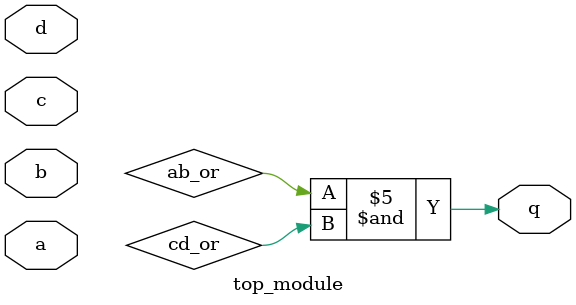
<source format=sv>
module top_module (
	input a, 
	input b, 
	input c, 
	input d,
	output q
);

wire ab_or, cd_or;

or(A, ab_or, a, b);
or(B, cd_or, c, d);
and(q, ab_or, cd_or);
endmodule

</source>
